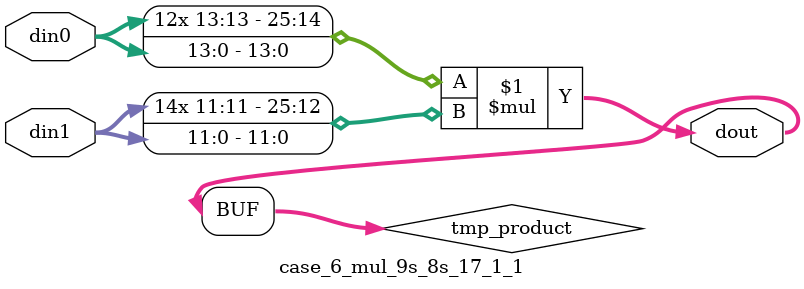
<source format=v>

`timescale 1 ns / 1 ps

 (* use_dsp = "no" *)  module case_6_mul_9s_8s_17_1_1(din0, din1, dout);
parameter ID = 1;
parameter NUM_STAGE = 0;
parameter din0_WIDTH = 14;
parameter din1_WIDTH = 12;
parameter dout_WIDTH = 26;

input [din0_WIDTH - 1 : 0] din0; 
input [din1_WIDTH - 1 : 0] din1; 
output [dout_WIDTH - 1 : 0] dout;

wire signed [dout_WIDTH - 1 : 0] tmp_product;



























assign tmp_product = $signed(din0) * $signed(din1);








assign dout = tmp_product;





















endmodule

</source>
